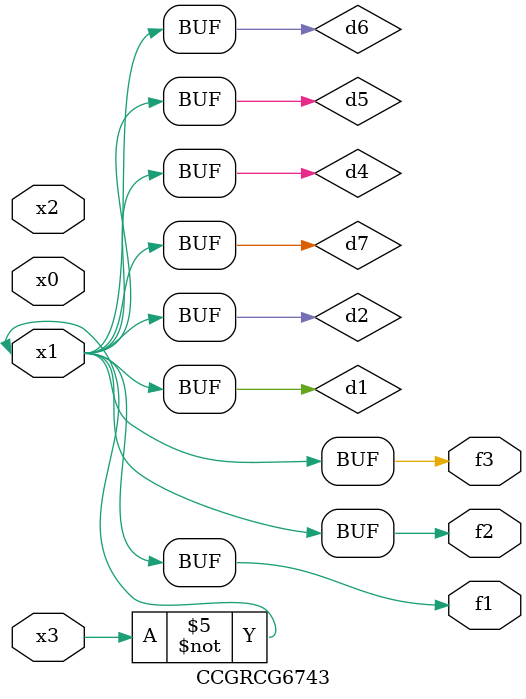
<source format=v>
module CCGRCG6743(
	input x0, x1, x2, x3,
	output f1, f2, f3
);

	wire d1, d2, d3, d4, d5, d6, d7;

	not (d1, x3);
	buf (d2, x1);
	xnor (d3, d1, d2);
	nor (d4, d1);
	buf (d5, d1, d2);
	buf (d6, d4, d5);
	nand (d7, d4);
	assign f1 = d6;
	assign f2 = d7;
	assign f3 = d6;
endmodule

</source>
